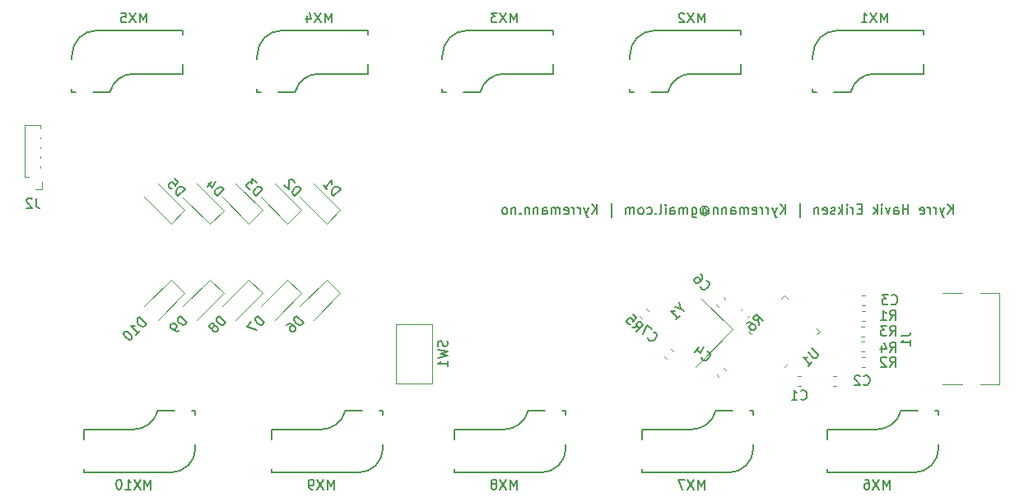
<source format=gbr>
G04 #@! TF.GenerationSoftware,KiCad,Pcbnew,(5.1.5)-3*
G04 #@! TF.CreationDate,2020-05-02T19:50:40+02:00*
G04 #@! TF.ProjectId,kyrremann,6b797272-656d-4616-9e6e-2e6b69636164,rev?*
G04 #@! TF.SameCoordinates,Original*
G04 #@! TF.FileFunction,Legend,Bot*
G04 #@! TF.FilePolarity,Positive*
%FSLAX46Y46*%
G04 Gerber Fmt 4.6, Leading zero omitted, Abs format (unit mm)*
G04 Created by KiCad (PCBNEW (5.1.5)-3) date 2020-05-02 19:50:40*
%MOMM*%
%LPD*%
G04 APERTURE LIST*
%ADD10C,0.150000*%
%ADD11C,0.120000*%
G04 APERTURE END LIST*
D10*
X151166666Y-66152380D02*
X151166666Y-65152380D01*
X150595238Y-66152380D02*
X151023809Y-65580952D01*
X150595238Y-65152380D02*
X151166666Y-65723809D01*
X150261904Y-65485714D02*
X150023809Y-66152380D01*
X149785714Y-65485714D02*
X150023809Y-66152380D01*
X150119047Y-66390476D01*
X150166666Y-66438095D01*
X150261904Y-66485714D01*
X149404761Y-66152380D02*
X149404761Y-65485714D01*
X149404761Y-65676190D02*
X149357142Y-65580952D01*
X149309523Y-65533333D01*
X149214285Y-65485714D01*
X149119047Y-65485714D01*
X148785714Y-66152380D02*
X148785714Y-65485714D01*
X148785714Y-65676190D02*
X148738095Y-65580952D01*
X148690476Y-65533333D01*
X148595238Y-65485714D01*
X148500000Y-65485714D01*
X147785714Y-66104761D02*
X147880952Y-66152380D01*
X148071428Y-66152380D01*
X148166666Y-66104761D01*
X148214285Y-66009523D01*
X148214285Y-65628571D01*
X148166666Y-65533333D01*
X148071428Y-65485714D01*
X147880952Y-65485714D01*
X147785714Y-65533333D01*
X147738095Y-65628571D01*
X147738095Y-65723809D01*
X148214285Y-65819047D01*
X146547619Y-66152380D02*
X146547619Y-65152380D01*
X146547619Y-65628571D02*
X145976190Y-65628571D01*
X145976190Y-66152380D02*
X145976190Y-65152380D01*
X145071428Y-66152380D02*
X145071428Y-65628571D01*
X145119047Y-65533333D01*
X145214285Y-65485714D01*
X145404761Y-65485714D01*
X145500000Y-65533333D01*
X145071428Y-66104761D02*
X145166666Y-66152380D01*
X145404761Y-66152380D01*
X145500000Y-66104761D01*
X145547619Y-66009523D01*
X145547619Y-65914285D01*
X145500000Y-65819047D01*
X145404761Y-65771428D01*
X145166666Y-65771428D01*
X145071428Y-65723809D01*
X144690476Y-65485714D02*
X144452380Y-66152380D01*
X144214285Y-65485714D01*
X143833333Y-66152380D02*
X143833333Y-65485714D01*
X143833333Y-65152380D02*
X143880952Y-65200000D01*
X143833333Y-65247619D01*
X143785714Y-65200000D01*
X143833333Y-65152380D01*
X143833333Y-65247619D01*
X143357142Y-66152380D02*
X143357142Y-65152380D01*
X143261904Y-65771428D02*
X142976190Y-66152380D01*
X142976190Y-65485714D02*
X143357142Y-65866666D01*
X141785714Y-65628571D02*
X141452380Y-65628571D01*
X141309523Y-66152380D02*
X141785714Y-66152380D01*
X141785714Y-65152380D01*
X141309523Y-65152380D01*
X140880952Y-66152380D02*
X140880952Y-65485714D01*
X140880952Y-65676190D02*
X140833333Y-65580952D01*
X140785714Y-65533333D01*
X140690476Y-65485714D01*
X140595238Y-65485714D01*
X140261904Y-66152380D02*
X140261904Y-65485714D01*
X140261904Y-65152380D02*
X140309523Y-65200000D01*
X140261904Y-65247619D01*
X140214285Y-65200000D01*
X140261904Y-65152380D01*
X140261904Y-65247619D01*
X139785714Y-66152380D02*
X139785714Y-65152380D01*
X139690476Y-65771428D02*
X139404761Y-66152380D01*
X139404761Y-65485714D02*
X139785714Y-65866666D01*
X139023809Y-66104761D02*
X138928571Y-66152380D01*
X138738095Y-66152380D01*
X138642857Y-66104761D01*
X138595238Y-66009523D01*
X138595238Y-65961904D01*
X138642857Y-65866666D01*
X138738095Y-65819047D01*
X138880952Y-65819047D01*
X138976190Y-65771428D01*
X139023809Y-65676190D01*
X139023809Y-65628571D01*
X138976190Y-65533333D01*
X138880952Y-65485714D01*
X138738095Y-65485714D01*
X138642857Y-65533333D01*
X137785714Y-66104761D02*
X137880952Y-66152380D01*
X138071428Y-66152380D01*
X138166666Y-66104761D01*
X138214285Y-66009523D01*
X138214285Y-65628571D01*
X138166666Y-65533333D01*
X138071428Y-65485714D01*
X137880952Y-65485714D01*
X137785714Y-65533333D01*
X137738095Y-65628571D01*
X137738095Y-65723809D01*
X138214285Y-65819047D01*
X137309523Y-65485714D02*
X137309523Y-66152380D01*
X137309523Y-65580952D02*
X137261904Y-65533333D01*
X137166666Y-65485714D01*
X137023809Y-65485714D01*
X136928571Y-65533333D01*
X136880952Y-65628571D01*
X136880952Y-66152380D01*
X135404761Y-66485714D02*
X135404761Y-65057142D01*
X133928571Y-66152380D02*
X133928571Y-65152380D01*
X133357142Y-66152380D02*
X133785714Y-65580952D01*
X133357142Y-65152380D02*
X133928571Y-65723809D01*
X133023809Y-65485714D02*
X132785714Y-66152380D01*
X132547619Y-65485714D02*
X132785714Y-66152380D01*
X132880952Y-66390476D01*
X132928571Y-66438095D01*
X133023809Y-66485714D01*
X132166666Y-66152380D02*
X132166666Y-65485714D01*
X132166666Y-65676190D02*
X132119047Y-65580952D01*
X132071428Y-65533333D01*
X131976190Y-65485714D01*
X131880952Y-65485714D01*
X131547619Y-66152380D02*
X131547619Y-65485714D01*
X131547619Y-65676190D02*
X131500000Y-65580952D01*
X131452380Y-65533333D01*
X131357142Y-65485714D01*
X131261904Y-65485714D01*
X130547619Y-66104761D02*
X130642857Y-66152380D01*
X130833333Y-66152380D01*
X130928571Y-66104761D01*
X130976190Y-66009523D01*
X130976190Y-65628571D01*
X130928571Y-65533333D01*
X130833333Y-65485714D01*
X130642857Y-65485714D01*
X130547619Y-65533333D01*
X130500000Y-65628571D01*
X130500000Y-65723809D01*
X130976190Y-65819047D01*
X130071428Y-66152380D02*
X130071428Y-65485714D01*
X130071428Y-65580952D02*
X130023809Y-65533333D01*
X129928571Y-65485714D01*
X129785714Y-65485714D01*
X129690476Y-65533333D01*
X129642857Y-65628571D01*
X129642857Y-66152380D01*
X129642857Y-65628571D02*
X129595238Y-65533333D01*
X129500000Y-65485714D01*
X129357142Y-65485714D01*
X129261904Y-65533333D01*
X129214285Y-65628571D01*
X129214285Y-66152380D01*
X128309523Y-66152380D02*
X128309523Y-65628571D01*
X128357142Y-65533333D01*
X128452380Y-65485714D01*
X128642857Y-65485714D01*
X128738095Y-65533333D01*
X128309523Y-66104761D02*
X128404761Y-66152380D01*
X128642857Y-66152380D01*
X128738095Y-66104761D01*
X128785714Y-66009523D01*
X128785714Y-65914285D01*
X128738095Y-65819047D01*
X128642857Y-65771428D01*
X128404761Y-65771428D01*
X128309523Y-65723809D01*
X127833333Y-65485714D02*
X127833333Y-66152380D01*
X127833333Y-65580952D02*
X127785714Y-65533333D01*
X127690476Y-65485714D01*
X127547619Y-65485714D01*
X127452380Y-65533333D01*
X127404761Y-65628571D01*
X127404761Y-66152380D01*
X126928571Y-65485714D02*
X126928571Y-66152380D01*
X126928571Y-65580952D02*
X126880952Y-65533333D01*
X126785714Y-65485714D01*
X126642857Y-65485714D01*
X126547619Y-65533333D01*
X126500000Y-65628571D01*
X126500000Y-66152380D01*
X125404761Y-65676190D02*
X125452380Y-65628571D01*
X125547619Y-65580952D01*
X125642857Y-65580952D01*
X125738095Y-65628571D01*
X125785714Y-65676190D01*
X125833333Y-65771428D01*
X125833333Y-65866666D01*
X125785714Y-65961904D01*
X125738095Y-66009523D01*
X125642857Y-66057142D01*
X125547619Y-66057142D01*
X125452380Y-66009523D01*
X125404761Y-65961904D01*
X125404761Y-65580952D02*
X125404761Y-65961904D01*
X125357142Y-66009523D01*
X125309523Y-66009523D01*
X125214285Y-65961904D01*
X125166666Y-65866666D01*
X125166666Y-65628571D01*
X125261904Y-65485714D01*
X125404761Y-65390476D01*
X125595238Y-65342857D01*
X125785714Y-65390476D01*
X125928571Y-65485714D01*
X126023809Y-65628571D01*
X126071428Y-65819047D01*
X126023809Y-66009523D01*
X125928571Y-66152380D01*
X125785714Y-66247619D01*
X125595238Y-66295238D01*
X125404761Y-66247619D01*
X125261904Y-66152380D01*
X124309523Y-65485714D02*
X124309523Y-66295238D01*
X124357142Y-66390476D01*
X124404761Y-66438095D01*
X124500000Y-66485714D01*
X124642857Y-66485714D01*
X124738095Y-66438095D01*
X124309523Y-66104761D02*
X124404761Y-66152380D01*
X124595238Y-66152380D01*
X124690476Y-66104761D01*
X124738095Y-66057142D01*
X124785714Y-65961904D01*
X124785714Y-65676190D01*
X124738095Y-65580952D01*
X124690476Y-65533333D01*
X124595238Y-65485714D01*
X124404761Y-65485714D01*
X124309523Y-65533333D01*
X123833333Y-66152380D02*
X123833333Y-65485714D01*
X123833333Y-65580952D02*
X123785714Y-65533333D01*
X123690476Y-65485714D01*
X123547619Y-65485714D01*
X123452380Y-65533333D01*
X123404761Y-65628571D01*
X123404761Y-66152380D01*
X123404761Y-65628571D02*
X123357142Y-65533333D01*
X123261904Y-65485714D01*
X123119047Y-65485714D01*
X123023809Y-65533333D01*
X122976190Y-65628571D01*
X122976190Y-66152380D01*
X122071428Y-66152380D02*
X122071428Y-65628571D01*
X122119047Y-65533333D01*
X122214285Y-65485714D01*
X122404761Y-65485714D01*
X122500000Y-65533333D01*
X122071428Y-66104761D02*
X122166666Y-66152380D01*
X122404761Y-66152380D01*
X122500000Y-66104761D01*
X122547619Y-66009523D01*
X122547619Y-65914285D01*
X122500000Y-65819047D01*
X122404761Y-65771428D01*
X122166666Y-65771428D01*
X122071428Y-65723809D01*
X121595238Y-66152380D02*
X121595238Y-65485714D01*
X121595238Y-65152380D02*
X121642857Y-65200000D01*
X121595238Y-65247619D01*
X121547619Y-65200000D01*
X121595238Y-65152380D01*
X121595238Y-65247619D01*
X120976190Y-66152380D02*
X121071428Y-66104761D01*
X121119047Y-66009523D01*
X121119047Y-65152380D01*
X120595238Y-66057142D02*
X120547619Y-66104761D01*
X120595238Y-66152380D01*
X120642857Y-66104761D01*
X120595238Y-66057142D01*
X120595238Y-66152380D01*
X119690476Y-66104761D02*
X119785714Y-66152380D01*
X119976190Y-66152380D01*
X120071428Y-66104761D01*
X120119047Y-66057142D01*
X120166666Y-65961904D01*
X120166666Y-65676190D01*
X120119047Y-65580952D01*
X120071428Y-65533333D01*
X119976190Y-65485714D01*
X119785714Y-65485714D01*
X119690476Y-65533333D01*
X119119047Y-66152380D02*
X119214285Y-66104761D01*
X119261904Y-66057142D01*
X119309523Y-65961904D01*
X119309523Y-65676190D01*
X119261904Y-65580952D01*
X119214285Y-65533333D01*
X119119047Y-65485714D01*
X118976190Y-65485714D01*
X118880952Y-65533333D01*
X118833333Y-65580952D01*
X118785714Y-65676190D01*
X118785714Y-65961904D01*
X118833333Y-66057142D01*
X118880952Y-66104761D01*
X118976190Y-66152380D01*
X119119047Y-66152380D01*
X118357142Y-66152380D02*
X118357142Y-65485714D01*
X118357142Y-65580952D02*
X118309523Y-65533333D01*
X118214285Y-65485714D01*
X118071428Y-65485714D01*
X117976190Y-65533333D01*
X117928571Y-65628571D01*
X117928571Y-66152380D01*
X117928571Y-65628571D02*
X117880952Y-65533333D01*
X117785714Y-65485714D01*
X117642857Y-65485714D01*
X117547619Y-65533333D01*
X117500000Y-65628571D01*
X117500000Y-66152380D01*
X116023809Y-66485714D02*
X116023809Y-65057142D01*
X114547619Y-66152380D02*
X114547619Y-65152380D01*
X113976190Y-66152380D02*
X114404761Y-65580952D01*
X113976190Y-65152380D02*
X114547619Y-65723809D01*
X113642857Y-65485714D02*
X113404761Y-66152380D01*
X113166666Y-65485714D02*
X113404761Y-66152380D01*
X113500000Y-66390476D01*
X113547619Y-66438095D01*
X113642857Y-66485714D01*
X112785714Y-66152380D02*
X112785714Y-65485714D01*
X112785714Y-65676190D02*
X112738095Y-65580952D01*
X112690476Y-65533333D01*
X112595238Y-65485714D01*
X112500000Y-65485714D01*
X112166666Y-66152380D02*
X112166666Y-65485714D01*
X112166666Y-65676190D02*
X112119047Y-65580952D01*
X112071428Y-65533333D01*
X111976190Y-65485714D01*
X111880952Y-65485714D01*
X111166666Y-66104761D02*
X111261904Y-66152380D01*
X111452380Y-66152380D01*
X111547619Y-66104761D01*
X111595238Y-66009523D01*
X111595238Y-65628571D01*
X111547619Y-65533333D01*
X111452380Y-65485714D01*
X111261904Y-65485714D01*
X111166666Y-65533333D01*
X111119047Y-65628571D01*
X111119047Y-65723809D01*
X111595238Y-65819047D01*
X110690476Y-66152380D02*
X110690476Y-65485714D01*
X110690476Y-65580952D02*
X110642857Y-65533333D01*
X110547619Y-65485714D01*
X110404761Y-65485714D01*
X110309523Y-65533333D01*
X110261904Y-65628571D01*
X110261904Y-66152380D01*
X110261904Y-65628571D02*
X110214285Y-65533333D01*
X110119047Y-65485714D01*
X109976190Y-65485714D01*
X109880952Y-65533333D01*
X109833333Y-65628571D01*
X109833333Y-66152380D01*
X108928571Y-66152380D02*
X108928571Y-65628571D01*
X108976190Y-65533333D01*
X109071428Y-65485714D01*
X109261904Y-65485714D01*
X109357142Y-65533333D01*
X108928571Y-66104761D02*
X109023809Y-66152380D01*
X109261904Y-66152380D01*
X109357142Y-66104761D01*
X109404761Y-66009523D01*
X109404761Y-65914285D01*
X109357142Y-65819047D01*
X109261904Y-65771428D01*
X109023809Y-65771428D01*
X108928571Y-65723809D01*
X108452380Y-65485714D02*
X108452380Y-66152380D01*
X108452380Y-65580952D02*
X108404761Y-65533333D01*
X108309523Y-65485714D01*
X108166666Y-65485714D01*
X108071428Y-65533333D01*
X108023809Y-65628571D01*
X108023809Y-66152380D01*
X107547619Y-65485714D02*
X107547619Y-66152380D01*
X107547619Y-65580952D02*
X107500000Y-65533333D01*
X107404761Y-65485714D01*
X107261904Y-65485714D01*
X107166666Y-65533333D01*
X107119047Y-65628571D01*
X107119047Y-66152380D01*
X106642857Y-66057142D02*
X106595238Y-66104761D01*
X106642857Y-66152380D01*
X106690476Y-66104761D01*
X106642857Y-66057142D01*
X106642857Y-66152380D01*
X106166666Y-65485714D02*
X106166666Y-66152380D01*
X106166666Y-65580952D02*
X106119047Y-65533333D01*
X106023809Y-65485714D01*
X105880952Y-65485714D01*
X105785714Y-65533333D01*
X105738095Y-65628571D01*
X105738095Y-66152380D01*
X105119047Y-66152380D02*
X105214285Y-66104761D01*
X105261904Y-66057142D01*
X105309523Y-65961904D01*
X105309523Y-65676190D01*
X105261904Y-65580952D01*
X105214285Y-65533333D01*
X105119047Y-65485714D01*
X104976190Y-65485714D01*
X104880952Y-65533333D01*
X104833333Y-65580952D01*
X104785714Y-65676190D01*
X104785714Y-65961904D01*
X104833333Y-66057142D01*
X104880952Y-66104761D01*
X104976190Y-66152380D01*
X105119047Y-66152380D01*
D11*
X56800000Y-63610000D02*
X57485000Y-63610000D01*
X57485000Y-63610000D02*
X57485000Y-62800000D01*
X57320000Y-57354102D02*
X57320000Y-56990000D01*
X57320000Y-58354102D02*
X57320000Y-58245898D01*
X57320000Y-59354102D02*
X57320000Y-59245898D01*
X57320000Y-60354102D02*
X57320000Y-60245898D01*
X57320000Y-61354102D02*
X57320000Y-61245898D01*
X55700000Y-56990000D02*
X57320000Y-56990000D01*
X55700000Y-62300000D02*
X55700000Y-56990000D01*
X55700000Y-62300000D02*
X56115000Y-62300000D01*
D10*
X130631013Y-90197554D02*
G75*
G02X128091013Y-92737554I-2540000J0D01*
G01*
X130631013Y-86768554D02*
X130631013Y-86387554D01*
X126745175Y-86368594D02*
G75*
G02X124281013Y-88292554I-2464162J616040D01*
G01*
X119201013Y-89308554D02*
X119201013Y-88292554D01*
X119201013Y-88292554D02*
X124281013Y-88292554D01*
X126745175Y-86387554D02*
X128472013Y-86387554D01*
X130250013Y-86387554D02*
X130631013Y-86387554D01*
X130631013Y-90197554D02*
X130631013Y-89816554D01*
X128091013Y-92737554D02*
X119201013Y-92737554D01*
X119201013Y-92737554D02*
X119201013Y-92356554D01*
D11*
X155900000Y-74300000D02*
X155900000Y-83700000D01*
X150100000Y-83700000D02*
X152100000Y-83700000D01*
X154000000Y-83700000D02*
X155900000Y-83700000D01*
X150100000Y-74300000D02*
X152100000Y-74300000D01*
X154000000Y-74300000D02*
X155900000Y-74300000D01*
X134135876Y-81555222D02*
X133800000Y-81891097D01*
X133800000Y-74508903D02*
X134135876Y-74844778D01*
X133464124Y-74844778D02*
X133800000Y-74508903D01*
X130108903Y-78200000D02*
X130444778Y-78535876D01*
X130444778Y-77864124D02*
X130108903Y-78200000D01*
X137491097Y-78200000D02*
X137155222Y-77864124D01*
X137155222Y-78535876D02*
X137491097Y-78200000D01*
X135496268Y-82790000D02*
X135153734Y-82790000D01*
X135496268Y-83810000D02*
X135153734Y-83810000D01*
X138803733Y-82790000D02*
X139146267Y-82790000D01*
X138803733Y-83810000D02*
X139146267Y-83810000D01*
X141753732Y-74490000D02*
X142096266Y-74490000D01*
X141753732Y-75510000D02*
X142096266Y-75510000D01*
X127800447Y-82179198D02*
X127558238Y-81936989D01*
X127079198Y-82900447D02*
X126836989Y-82658238D01*
X127041762Y-75663011D02*
X126799553Y-75420802D01*
X127763011Y-74941762D02*
X127520802Y-74699553D01*
X121436989Y-80758238D02*
X121679198Y-81000447D01*
X122158238Y-80036989D02*
X122400447Y-80279198D01*
X88131371Y-65717157D02*
X85373655Y-62959441D01*
X86717157Y-67131371D02*
X83959441Y-64373655D01*
X88131371Y-65717157D02*
X86717157Y-67131371D01*
X84131371Y-65717157D02*
X82717157Y-67131371D01*
X82717157Y-67131371D02*
X79959441Y-64373655D01*
X84131371Y-65717157D02*
X81373655Y-62959441D01*
X80131371Y-65717157D02*
X77373655Y-62959441D01*
X78717157Y-67131371D02*
X75959441Y-64373655D01*
X80131371Y-65717157D02*
X78717157Y-67131371D01*
X76131371Y-65767157D02*
X74717157Y-67181371D01*
X74717157Y-67181371D02*
X71959441Y-64423655D01*
X76131371Y-65767157D02*
X73373655Y-63009441D01*
X72131371Y-65717157D02*
X70717157Y-67131371D01*
X70717157Y-67131371D02*
X67959441Y-64373655D01*
X72131371Y-65717157D02*
X69373655Y-62959441D01*
X86717157Y-72868629D02*
X83959441Y-75626345D01*
X88131371Y-74282843D02*
X85373655Y-77040559D01*
X86717157Y-72868629D02*
X88131371Y-74282843D01*
X82717157Y-72868629D02*
X84131371Y-74282843D01*
X84131371Y-74282843D02*
X81373655Y-77040559D01*
X82717157Y-72868629D02*
X79959441Y-75626345D01*
X78717157Y-72868629D02*
X75959441Y-75626345D01*
X80131371Y-74282843D02*
X77373655Y-77040559D01*
X78717157Y-72868629D02*
X80131371Y-74282843D01*
X74717157Y-72868629D02*
X76131371Y-74282843D01*
X76131371Y-74282843D02*
X73373655Y-77040559D01*
X74717157Y-72868629D02*
X71959441Y-75626345D01*
X70717157Y-72868629D02*
X67959441Y-75626345D01*
X72131371Y-74282843D02*
X69373655Y-77040559D01*
X70717157Y-72868629D02*
X72131371Y-74282843D01*
D10*
X148167500Y-47252500D02*
X148167500Y-47633500D01*
X139277500Y-47252500D02*
X148167500Y-47252500D01*
X136737500Y-49792500D02*
X136737500Y-50173500D01*
X137118500Y-53602500D02*
X136737500Y-53602500D01*
X140623338Y-53602500D02*
X138896500Y-53602500D01*
X148167500Y-51697500D02*
X143087500Y-51697500D01*
X148167500Y-50681500D02*
X148167500Y-51697500D01*
X140623338Y-53621460D02*
G75*
G02X143087500Y-51697500I2464162J-616040D01*
G01*
X136737500Y-53221500D02*
X136737500Y-53602500D01*
X136737500Y-49792500D02*
G75*
G02X139277500Y-47252500I2540000J0D01*
G01*
X129361013Y-47252500D02*
X129361013Y-47633500D01*
X120471013Y-47252500D02*
X129361013Y-47252500D01*
X117931013Y-49792500D02*
X117931013Y-50173500D01*
X118312013Y-53602500D02*
X117931013Y-53602500D01*
X121816851Y-53602500D02*
X120090013Y-53602500D01*
X129361013Y-51697500D02*
X124281013Y-51697500D01*
X129361013Y-50681500D02*
X129361013Y-51697500D01*
X121816851Y-53621460D02*
G75*
G02X124281013Y-51697500I2464162J-616040D01*
G01*
X117931013Y-53221500D02*
X117931013Y-53602500D01*
X117931013Y-49792500D02*
G75*
G02X120471013Y-47252500I2540000J0D01*
G01*
X98637500Y-49792500D02*
G75*
G02X101177500Y-47252500I2540000J0D01*
G01*
X98637500Y-53221500D02*
X98637500Y-53602500D01*
X102523338Y-53621460D02*
G75*
G02X104987500Y-51697500I2464162J-616040D01*
G01*
X110067500Y-50681500D02*
X110067500Y-51697500D01*
X110067500Y-51697500D02*
X104987500Y-51697500D01*
X102523338Y-53602500D02*
X100796500Y-53602500D01*
X99018500Y-53602500D02*
X98637500Y-53602500D01*
X98637500Y-49792500D02*
X98637500Y-50173500D01*
X101177500Y-47252500D02*
X110067500Y-47252500D01*
X110067500Y-47252500D02*
X110067500Y-47633500D01*
X79587500Y-49792500D02*
G75*
G02X82127500Y-47252500I2540000J0D01*
G01*
X79587500Y-53221500D02*
X79587500Y-53602500D01*
X83473338Y-53621460D02*
G75*
G02X85937500Y-51697500I2464162J-616040D01*
G01*
X91017500Y-50681500D02*
X91017500Y-51697500D01*
X91017500Y-51697500D02*
X85937500Y-51697500D01*
X83473338Y-53602500D02*
X81746500Y-53602500D01*
X79968500Y-53602500D02*
X79587500Y-53602500D01*
X79587500Y-49792500D02*
X79587500Y-50173500D01*
X82127500Y-47252500D02*
X91017500Y-47252500D01*
X91017500Y-47252500D02*
X91017500Y-47633500D01*
X71967500Y-47252500D02*
X71967500Y-47633500D01*
X63077500Y-47252500D02*
X71967500Y-47252500D01*
X60537500Y-49792500D02*
X60537500Y-50173500D01*
X60918500Y-53602500D02*
X60537500Y-53602500D01*
X64423338Y-53602500D02*
X62696500Y-53602500D01*
X71967500Y-51697500D02*
X66887500Y-51697500D01*
X71967500Y-50681500D02*
X71967500Y-51697500D01*
X64423338Y-53621460D02*
G75*
G02X66887500Y-51697500I2464162J-616040D01*
G01*
X60537500Y-53221500D02*
X60537500Y-53602500D01*
X60537500Y-49792500D02*
G75*
G02X63077500Y-47252500I2540000J0D01*
G01*
X149681014Y-90197553D02*
G75*
G02X147141014Y-92737553I-2540000J0D01*
G01*
X149681014Y-86768553D02*
X149681014Y-86387553D01*
X145795176Y-86368593D02*
G75*
G02X143331014Y-88292553I-2464162J616040D01*
G01*
X138251014Y-89308553D02*
X138251014Y-88292553D01*
X138251014Y-88292553D02*
X143331014Y-88292553D01*
X145795176Y-86387553D02*
X147522014Y-86387553D01*
X149300014Y-86387553D02*
X149681014Y-86387553D01*
X149681014Y-90197553D02*
X149681014Y-89816553D01*
X147141014Y-92737553D02*
X138251014Y-92737553D01*
X138251014Y-92737553D02*
X138251014Y-92356553D01*
X99907500Y-92737554D02*
X99907500Y-92356554D01*
X108797500Y-92737554D02*
X99907500Y-92737554D01*
X111337500Y-90197554D02*
X111337500Y-89816554D01*
X110956500Y-86387554D02*
X111337500Y-86387554D01*
X107451662Y-86387554D02*
X109178500Y-86387554D01*
X99907500Y-88292554D02*
X104987500Y-88292554D01*
X99907500Y-89308554D02*
X99907500Y-88292554D01*
X107451662Y-86368594D02*
G75*
G02X104987500Y-88292554I-2464162J616040D01*
G01*
X111337500Y-86768554D02*
X111337500Y-86387554D01*
X111337500Y-90197554D02*
G75*
G02X108797500Y-92737554I-2540000J0D01*
G01*
X81101013Y-92737553D02*
X81101013Y-92356553D01*
X89991013Y-92737553D02*
X81101013Y-92737553D01*
X92531013Y-90197553D02*
X92531013Y-89816553D01*
X92150013Y-86387553D02*
X92531013Y-86387553D01*
X88645175Y-86387553D02*
X90372013Y-86387553D01*
X81101013Y-88292553D02*
X86181013Y-88292553D01*
X81101013Y-89308553D02*
X81101013Y-88292553D01*
X88645175Y-86368593D02*
G75*
G02X86181013Y-88292553I-2464162J616040D01*
G01*
X92531013Y-86768553D02*
X92531013Y-86387553D01*
X92531013Y-90197553D02*
G75*
G02X89991013Y-92737553I-2540000J0D01*
G01*
X73237500Y-90197554D02*
G75*
G02X70697500Y-92737554I-2540000J0D01*
G01*
X73237500Y-86768554D02*
X73237500Y-86387554D01*
X69351662Y-86368594D02*
G75*
G02X66887500Y-88292554I-2464162J616040D01*
G01*
X61807500Y-89308554D02*
X61807500Y-88292554D01*
X61807500Y-88292554D02*
X66887500Y-88292554D01*
X69351662Y-86387554D02*
X71078500Y-86387554D01*
X72856500Y-86387554D02*
X73237500Y-86387554D01*
X73237500Y-90197554D02*
X73237500Y-89816554D01*
X70697500Y-92737554D02*
X61807500Y-92737554D01*
X61807500Y-92737554D02*
X61807500Y-92356554D01*
D11*
X141753733Y-76090000D02*
X142096267Y-76090000D01*
X141753733Y-77110000D02*
X142096267Y-77110000D01*
X142096267Y-80890000D02*
X141753733Y-80890000D01*
X142096267Y-81910000D02*
X141753733Y-81910000D01*
X141728733Y-77690000D02*
X142071267Y-77690000D01*
X141728733Y-78710000D02*
X142071267Y-78710000D01*
X142071267Y-79290000D02*
X141728733Y-79290000D01*
X142071267Y-80310000D02*
X141728733Y-80310000D01*
X118899553Y-76620802D02*
X119141762Y-76863011D01*
X119620802Y-75899553D02*
X119863011Y-76141762D01*
X129299553Y-76079198D02*
X129541762Y-75836989D01*
X130020802Y-76800447D02*
X130263011Y-76558238D01*
X93850000Y-77439999D02*
X93850000Y-83559999D01*
X93850000Y-83559999D02*
X97550000Y-83559999D01*
X97550000Y-83559999D02*
X97550000Y-77439999D01*
X97550000Y-77439999D02*
X93850000Y-77439999D01*
X125306066Y-74838299D02*
X128488047Y-78020280D01*
X128488047Y-78020280D02*
X124669670Y-81838657D01*
D10*
X56843333Y-64502380D02*
X56843333Y-65216666D01*
X56890952Y-65359523D01*
X56986190Y-65454761D01*
X57129047Y-65502380D01*
X57224285Y-65502380D01*
X56414761Y-64597619D02*
X56367142Y-64550000D01*
X56271904Y-64502380D01*
X56033809Y-64502380D01*
X55938571Y-64550000D01*
X55890952Y-64597619D01*
X55843333Y-64692857D01*
X55843333Y-64788095D01*
X55890952Y-64930952D01*
X56462380Y-65502380D01*
X55843333Y-65502380D01*
X125566727Y-94459934D02*
X125566727Y-93459934D01*
X125233393Y-94174220D01*
X124900060Y-93459934D01*
X124900060Y-94459934D01*
X124519108Y-93459934D02*
X123852441Y-94459934D01*
X123852441Y-93459934D02*
X124519108Y-94459934D01*
X123566727Y-93459934D02*
X122900060Y-93459934D01*
X123328632Y-94459934D01*
X145807380Y-78666666D02*
X146521666Y-78666666D01*
X146664523Y-78619047D01*
X146759761Y-78523809D01*
X146807380Y-78380952D01*
X146807380Y-78285714D01*
X146807380Y-79666666D02*
X146807380Y-79095238D01*
X146807380Y-79380952D02*
X145807380Y-79380952D01*
X145950238Y-79285714D01*
X146045476Y-79190476D01*
X146093095Y-79095238D01*
X136652670Y-79975174D02*
X137225090Y-80547594D01*
X137258762Y-80648609D01*
X137258762Y-80715953D01*
X137225090Y-80816968D01*
X137090403Y-80951655D01*
X136989388Y-80985327D01*
X136922044Y-80985327D01*
X136821029Y-80951655D01*
X136248609Y-80379235D01*
X136248609Y-81793449D02*
X136652670Y-81389388D01*
X136450640Y-81591418D02*
X135743533Y-80884312D01*
X135911892Y-80917983D01*
X136046579Y-80917983D01*
X136147594Y-80884312D01*
X135491667Y-85157142D02*
X135539286Y-85204761D01*
X135682143Y-85252380D01*
X135777381Y-85252380D01*
X135920239Y-85204761D01*
X136015477Y-85109523D01*
X136063096Y-85014285D01*
X136110715Y-84823809D01*
X136110715Y-84680952D01*
X136063096Y-84490476D01*
X136015477Y-84395238D01*
X135920239Y-84300000D01*
X135777381Y-84252380D01*
X135682143Y-84252380D01*
X135539286Y-84300000D01*
X135491667Y-84347619D01*
X134539286Y-85252380D02*
X135110715Y-85252380D01*
X134825001Y-85252380D02*
X134825001Y-84252380D01*
X134920239Y-84395238D01*
X135015477Y-84490476D01*
X135110715Y-84538095D01*
X141966666Y-83657142D02*
X142014285Y-83704761D01*
X142157142Y-83752380D01*
X142252380Y-83752380D01*
X142395238Y-83704761D01*
X142490476Y-83609523D01*
X142538095Y-83514285D01*
X142585714Y-83323809D01*
X142585714Y-83180952D01*
X142538095Y-82990476D01*
X142490476Y-82895238D01*
X142395238Y-82800000D01*
X142252380Y-82752380D01*
X142157142Y-82752380D01*
X142014285Y-82800000D01*
X141966666Y-82847619D01*
X141585714Y-82847619D02*
X141538095Y-82800000D01*
X141442857Y-82752380D01*
X141204761Y-82752380D01*
X141109523Y-82800000D01*
X141061904Y-82847619D01*
X141014285Y-82942857D01*
X141014285Y-83038095D01*
X141061904Y-83180952D01*
X141633333Y-83752380D01*
X141014285Y-83752380D01*
X144816666Y-75357142D02*
X144864285Y-75404761D01*
X145007142Y-75452380D01*
X145102380Y-75452380D01*
X145245238Y-75404761D01*
X145340476Y-75309523D01*
X145388095Y-75214285D01*
X145435714Y-75023809D01*
X145435714Y-74880952D01*
X145388095Y-74690476D01*
X145340476Y-74595238D01*
X145245238Y-74500000D01*
X145102380Y-74452380D01*
X145007142Y-74452380D01*
X144864285Y-74500000D01*
X144816666Y-74547619D01*
X144483333Y-74452380D02*
X143864285Y-74452380D01*
X144197619Y-74833333D01*
X144054761Y-74833333D01*
X143959523Y-74880952D01*
X143911904Y-74928571D01*
X143864285Y-75023809D01*
X143864285Y-75261904D01*
X143911904Y-75357142D01*
X143959523Y-75404761D01*
X144054761Y-75452380D01*
X144340476Y-75452380D01*
X144435714Y-75404761D01*
X144483333Y-75357142D01*
X125257163Y-80862240D02*
X125257163Y-80929583D01*
X125324507Y-81064270D01*
X125391851Y-81131614D01*
X125526538Y-81198957D01*
X125661225Y-81198957D01*
X125762240Y-81165286D01*
X125930599Y-81064270D01*
X126031614Y-80963255D01*
X126132629Y-80794896D01*
X126166301Y-80693881D01*
X126166301Y-80559194D01*
X126098957Y-80424507D01*
X126031614Y-80357163D01*
X125896927Y-80289820D01*
X125829583Y-80289820D01*
X125055133Y-79852087D02*
X124583728Y-80323492D01*
X125492866Y-79751072D02*
X125156148Y-80424507D01*
X124718415Y-79986774D01*
X125165312Y-73570389D02*
X125165312Y-73637732D01*
X125232656Y-73772419D01*
X125300000Y-73839763D01*
X125434687Y-73907106D01*
X125569374Y-73907106D01*
X125670389Y-73873435D01*
X125838748Y-73772419D01*
X125939763Y-73671404D01*
X126040778Y-73503045D01*
X126074450Y-73402030D01*
X126074450Y-73267343D01*
X126007106Y-73132656D01*
X125939763Y-73065312D01*
X125805076Y-72997969D01*
X125737732Y-72997969D01*
X125198984Y-72324534D02*
X125333671Y-72459221D01*
X125367343Y-72560236D01*
X125367343Y-72627580D01*
X125333671Y-72795938D01*
X125232656Y-72964297D01*
X124963282Y-73233671D01*
X124862267Y-73267343D01*
X124794923Y-73267343D01*
X124693908Y-73233671D01*
X124559221Y-73098984D01*
X124525549Y-72997969D01*
X124525549Y-72930625D01*
X124559221Y-72829610D01*
X124727580Y-72661251D01*
X124828595Y-72627580D01*
X124895938Y-72627580D01*
X124996954Y-72661251D01*
X125131641Y-72795938D01*
X125165312Y-72896954D01*
X125165312Y-72964297D01*
X125131641Y-73065312D01*
X119765312Y-78870389D02*
X119765312Y-78937732D01*
X119832656Y-79072419D01*
X119900000Y-79139763D01*
X120034687Y-79207106D01*
X120169374Y-79207106D01*
X120270389Y-79173435D01*
X120438748Y-79072419D01*
X120539763Y-78971404D01*
X120640778Y-78803045D01*
X120674450Y-78702030D01*
X120674450Y-78567343D01*
X120607106Y-78432656D01*
X120539763Y-78365312D01*
X120405076Y-78297969D01*
X120337732Y-78297969D01*
X120169374Y-77994923D02*
X119697969Y-77523519D01*
X119293908Y-78533671D01*
X87449518Y-64260853D02*
X88156625Y-63553747D01*
X87988266Y-63385388D01*
X87853579Y-63318044D01*
X87718892Y-63318044D01*
X87617877Y-63351716D01*
X87449518Y-63452731D01*
X87348503Y-63553747D01*
X87247488Y-63722105D01*
X87213816Y-63823121D01*
X87213816Y-63957808D01*
X87281159Y-64092495D01*
X87449518Y-64260853D01*
X86372022Y-63183357D02*
X86776083Y-63587418D01*
X86574052Y-63385388D02*
X87281159Y-62678281D01*
X87247488Y-62846640D01*
X87247488Y-62981327D01*
X87281159Y-63082342D01*
X83449518Y-64260853D02*
X84156625Y-63553747D01*
X83988266Y-63385388D01*
X83853579Y-63318044D01*
X83718892Y-63318044D01*
X83617877Y-63351716D01*
X83449518Y-63452731D01*
X83348503Y-63553747D01*
X83247488Y-63722105D01*
X83213816Y-63823121D01*
X83213816Y-63957808D01*
X83281159Y-64092495D01*
X83449518Y-64260853D01*
X83415846Y-62947655D02*
X83415846Y-62880311D01*
X83382175Y-62779296D01*
X83213816Y-62610937D01*
X83112800Y-62577266D01*
X83045457Y-62577266D01*
X82944442Y-62610937D01*
X82877098Y-62678281D01*
X82809755Y-62812968D01*
X82809755Y-63621090D01*
X82372022Y-63183357D01*
X79449518Y-64260853D02*
X80156625Y-63553747D01*
X79988266Y-63385388D01*
X79853579Y-63318044D01*
X79718892Y-63318044D01*
X79617877Y-63351716D01*
X79449518Y-63452731D01*
X79348503Y-63553747D01*
X79247488Y-63722105D01*
X79213816Y-63823121D01*
X79213816Y-63957808D01*
X79281159Y-64092495D01*
X79449518Y-64260853D01*
X79516862Y-62913983D02*
X79079129Y-62476250D01*
X79045457Y-62981327D01*
X78944442Y-62880311D01*
X78843426Y-62846640D01*
X78776083Y-62846640D01*
X78675068Y-62880311D01*
X78506709Y-63048670D01*
X78473037Y-63149685D01*
X78473037Y-63217029D01*
X78506709Y-63318044D01*
X78708739Y-63520075D01*
X78809755Y-63553747D01*
X78877098Y-63553747D01*
X75449518Y-64310853D02*
X76156625Y-63603747D01*
X75988266Y-63435388D01*
X75853579Y-63368044D01*
X75718892Y-63368044D01*
X75617877Y-63401716D01*
X75449518Y-63502731D01*
X75348503Y-63603747D01*
X75247488Y-63772105D01*
X75213816Y-63873121D01*
X75213816Y-64007808D01*
X75281159Y-64142495D01*
X75449518Y-64310853D01*
X74910770Y-62829296D02*
X74439365Y-63300701D01*
X75348503Y-62728281D02*
X75011785Y-63401716D01*
X74574052Y-62963983D01*
X71449518Y-64260853D02*
X72156625Y-63553747D01*
X71988266Y-63385388D01*
X71853579Y-63318044D01*
X71718892Y-63318044D01*
X71617877Y-63351716D01*
X71449518Y-63452731D01*
X71348503Y-63553747D01*
X71247488Y-63722105D01*
X71213816Y-63823121D01*
X71213816Y-63957808D01*
X71281159Y-64092495D01*
X71449518Y-64260853D01*
X71112800Y-62509922D02*
X71449518Y-62846640D01*
X71146472Y-63217029D01*
X71146472Y-63149685D01*
X71112800Y-63048670D01*
X70944442Y-62880311D01*
X70843426Y-62846640D01*
X70776083Y-62846640D01*
X70675068Y-62880311D01*
X70506709Y-63048670D01*
X70473037Y-63149685D01*
X70473037Y-63217029D01*
X70506709Y-63318044D01*
X70675068Y-63486403D01*
X70776083Y-63520075D01*
X70843426Y-63520075D01*
X84341793Y-77297969D02*
X83634687Y-76590862D01*
X83466328Y-76759221D01*
X83398984Y-76893908D01*
X83398984Y-77028595D01*
X83432656Y-77129610D01*
X83533671Y-77297969D01*
X83634687Y-77398984D01*
X83803045Y-77500000D01*
X83904061Y-77533671D01*
X84038748Y-77533671D01*
X84173435Y-77466328D01*
X84341793Y-77297969D01*
X82624534Y-77601015D02*
X82759221Y-77466328D01*
X82860236Y-77432656D01*
X82927580Y-77432656D01*
X83095938Y-77466328D01*
X83264297Y-77567343D01*
X83533671Y-77836717D01*
X83567343Y-77937732D01*
X83567343Y-78005076D01*
X83533671Y-78106091D01*
X83398984Y-78240778D01*
X83297969Y-78274450D01*
X83230625Y-78274450D01*
X83129610Y-78240778D01*
X82961251Y-78072419D01*
X82927580Y-77971404D01*
X82927580Y-77904061D01*
X82961251Y-77803045D01*
X83095938Y-77668358D01*
X83196954Y-77634687D01*
X83264297Y-77634687D01*
X83365312Y-77668358D01*
X80341793Y-77297969D02*
X79634687Y-76590862D01*
X79466328Y-76759221D01*
X79398984Y-76893908D01*
X79398984Y-77028595D01*
X79432656Y-77129610D01*
X79533671Y-77297969D01*
X79634687Y-77398984D01*
X79803045Y-77500000D01*
X79904061Y-77533671D01*
X80038748Y-77533671D01*
X80173435Y-77466328D01*
X80341793Y-77297969D01*
X78994923Y-77230625D02*
X78523519Y-77702030D01*
X79533671Y-78106091D01*
X76341793Y-77297969D02*
X75634687Y-76590862D01*
X75466328Y-76759221D01*
X75398984Y-76893908D01*
X75398984Y-77028595D01*
X75432656Y-77129610D01*
X75533671Y-77297969D01*
X75634687Y-77398984D01*
X75803045Y-77500000D01*
X75904061Y-77533671D01*
X76038748Y-77533671D01*
X76173435Y-77466328D01*
X76341793Y-77297969D01*
X75129610Y-77702030D02*
X75163282Y-77601015D01*
X75163282Y-77533671D01*
X75129610Y-77432656D01*
X75095938Y-77398984D01*
X74994923Y-77365312D01*
X74927580Y-77365312D01*
X74826564Y-77398984D01*
X74691877Y-77533671D01*
X74658206Y-77634687D01*
X74658206Y-77702030D01*
X74691877Y-77803045D01*
X74725549Y-77836717D01*
X74826564Y-77870389D01*
X74893908Y-77870389D01*
X74994923Y-77836717D01*
X75129610Y-77702030D01*
X75230625Y-77668358D01*
X75297969Y-77668358D01*
X75398984Y-77702030D01*
X75533671Y-77836717D01*
X75567343Y-77937732D01*
X75567343Y-78005076D01*
X75533671Y-78106091D01*
X75398984Y-78240778D01*
X75297969Y-78274450D01*
X75230625Y-78274450D01*
X75129610Y-78240778D01*
X74994923Y-78106091D01*
X74961251Y-78005076D01*
X74961251Y-77937732D01*
X74994923Y-77836717D01*
X72341793Y-77297969D02*
X71634687Y-76590862D01*
X71466328Y-76759221D01*
X71398984Y-76893908D01*
X71398984Y-77028595D01*
X71432656Y-77129610D01*
X71533671Y-77297969D01*
X71634687Y-77398984D01*
X71803045Y-77500000D01*
X71904061Y-77533671D01*
X72038748Y-77533671D01*
X72173435Y-77466328D01*
X72341793Y-77297969D01*
X71601015Y-78038748D02*
X71466328Y-78173435D01*
X71365312Y-78207106D01*
X71297969Y-78207106D01*
X71129610Y-78173435D01*
X70961251Y-78072419D01*
X70691877Y-77803045D01*
X70658206Y-77702030D01*
X70658206Y-77634687D01*
X70691877Y-77533671D01*
X70826564Y-77398984D01*
X70927580Y-77365312D01*
X70994923Y-77365312D01*
X71095938Y-77398984D01*
X71264297Y-77567343D01*
X71297969Y-77668358D01*
X71297969Y-77735702D01*
X71264297Y-77836717D01*
X71129610Y-77971404D01*
X71028595Y-78005076D01*
X70961251Y-78005076D01*
X70860236Y-77971404D01*
X68178511Y-77461251D02*
X67471404Y-76754145D01*
X67303045Y-76922503D01*
X67235702Y-77057190D01*
X67235702Y-77191877D01*
X67269374Y-77292893D01*
X67370389Y-77461251D01*
X67471404Y-77562267D01*
X67639763Y-77663282D01*
X67740778Y-77696954D01*
X67875465Y-77696954D01*
X68010152Y-77629610D01*
X68178511Y-77461251D01*
X67101015Y-78538748D02*
X67505076Y-78134687D01*
X67303045Y-78336717D02*
X66595938Y-77629610D01*
X66764297Y-77663282D01*
X66898984Y-77663282D01*
X67000000Y-77629610D01*
X65956175Y-78269374D02*
X65888832Y-78336717D01*
X65855160Y-78437732D01*
X65855160Y-78505076D01*
X65888832Y-78606091D01*
X65989847Y-78774450D01*
X66158206Y-78942809D01*
X66326564Y-79043824D01*
X66427580Y-79077496D01*
X66494923Y-79077496D01*
X66595938Y-79043824D01*
X66663282Y-78976480D01*
X66696954Y-78875465D01*
X66696954Y-78808122D01*
X66663282Y-78707106D01*
X66562267Y-78538748D01*
X66393908Y-78370389D01*
X66225549Y-78269374D01*
X66124534Y-78235702D01*
X66057190Y-78235702D01*
X65956175Y-78269374D01*
X144373214Y-46434880D02*
X144373214Y-45434880D01*
X144039880Y-46149166D01*
X143706547Y-45434880D01*
X143706547Y-46434880D01*
X143325595Y-45434880D02*
X142658928Y-46434880D01*
X142658928Y-45434880D02*
X143325595Y-46434880D01*
X141754166Y-46434880D02*
X142325595Y-46434880D01*
X142039880Y-46434880D02*
X142039880Y-45434880D01*
X142135119Y-45577738D01*
X142230357Y-45672976D01*
X142325595Y-45720595D01*
X125566727Y-46434880D02*
X125566727Y-45434880D01*
X125233393Y-46149166D01*
X124900060Y-45434880D01*
X124900060Y-46434880D01*
X124519108Y-45434880D02*
X123852441Y-46434880D01*
X123852441Y-45434880D02*
X124519108Y-46434880D01*
X123519108Y-45530119D02*
X123471489Y-45482500D01*
X123376251Y-45434880D01*
X123138155Y-45434880D01*
X123042917Y-45482500D01*
X122995298Y-45530119D01*
X122947679Y-45625357D01*
X122947679Y-45720595D01*
X122995298Y-45863452D01*
X123566727Y-46434880D01*
X122947679Y-46434880D01*
X106273214Y-46434880D02*
X106273214Y-45434880D01*
X105939880Y-46149166D01*
X105606547Y-45434880D01*
X105606547Y-46434880D01*
X105225595Y-45434880D02*
X104558928Y-46434880D01*
X104558928Y-45434880D02*
X105225595Y-46434880D01*
X104273214Y-45434880D02*
X103654166Y-45434880D01*
X103987500Y-45815833D01*
X103844642Y-45815833D01*
X103749404Y-45863452D01*
X103701785Y-45911071D01*
X103654166Y-46006309D01*
X103654166Y-46244404D01*
X103701785Y-46339642D01*
X103749404Y-46387261D01*
X103844642Y-46434880D01*
X104130357Y-46434880D01*
X104225595Y-46387261D01*
X104273214Y-46339642D01*
X87223214Y-46434880D02*
X87223214Y-45434880D01*
X86889880Y-46149166D01*
X86556547Y-45434880D01*
X86556547Y-46434880D01*
X86175595Y-45434880D02*
X85508928Y-46434880D01*
X85508928Y-45434880D02*
X86175595Y-46434880D01*
X84699404Y-45768214D02*
X84699404Y-46434880D01*
X84937500Y-45387261D02*
X85175595Y-46101547D01*
X84556547Y-46101547D01*
X68173214Y-46434880D02*
X68173214Y-45434880D01*
X67839880Y-46149166D01*
X67506547Y-45434880D01*
X67506547Y-46434880D01*
X67125595Y-45434880D02*
X66458928Y-46434880D01*
X66458928Y-45434880D02*
X67125595Y-46434880D01*
X65601785Y-45434880D02*
X66077976Y-45434880D01*
X66125595Y-45911071D01*
X66077976Y-45863452D01*
X65982738Y-45815833D01*
X65744642Y-45815833D01*
X65649404Y-45863452D01*
X65601785Y-45911071D01*
X65554166Y-46006309D01*
X65554166Y-46244404D01*
X65601785Y-46339642D01*
X65649404Y-46387261D01*
X65744642Y-46434880D01*
X65982738Y-46434880D01*
X66077976Y-46387261D01*
X66125595Y-46339642D01*
X144616728Y-94459933D02*
X144616728Y-93459933D01*
X144283394Y-94174219D01*
X143950061Y-93459933D01*
X143950061Y-94459933D01*
X143569109Y-93459933D02*
X142902442Y-94459933D01*
X142902442Y-93459933D02*
X143569109Y-94459933D01*
X142092918Y-93459933D02*
X142283394Y-93459933D01*
X142378633Y-93507553D01*
X142426252Y-93555172D01*
X142521490Y-93698029D01*
X142569109Y-93888505D01*
X142569109Y-94269457D01*
X142521490Y-94364695D01*
X142473871Y-94412314D01*
X142378633Y-94459933D01*
X142188156Y-94459933D01*
X142092918Y-94412314D01*
X142045299Y-94364695D01*
X141997680Y-94269457D01*
X141997680Y-94031362D01*
X142045299Y-93936124D01*
X142092918Y-93888505D01*
X142188156Y-93840886D01*
X142378633Y-93840886D01*
X142473871Y-93888505D01*
X142521490Y-93936124D01*
X142569109Y-94031362D01*
X106273214Y-94459934D02*
X106273214Y-93459934D01*
X105939880Y-94174220D01*
X105606547Y-93459934D01*
X105606547Y-94459934D01*
X105225595Y-93459934D02*
X104558928Y-94459934D01*
X104558928Y-93459934D02*
X105225595Y-94459934D01*
X104035119Y-93888506D02*
X104130357Y-93840887D01*
X104177976Y-93793268D01*
X104225595Y-93698030D01*
X104225595Y-93650411D01*
X104177976Y-93555173D01*
X104130357Y-93507554D01*
X104035119Y-93459934D01*
X103844642Y-93459934D01*
X103749404Y-93507554D01*
X103701785Y-93555173D01*
X103654166Y-93650411D01*
X103654166Y-93698030D01*
X103701785Y-93793268D01*
X103749404Y-93840887D01*
X103844642Y-93888506D01*
X104035119Y-93888506D01*
X104130357Y-93936125D01*
X104177976Y-93983744D01*
X104225595Y-94078982D01*
X104225595Y-94269458D01*
X104177976Y-94364696D01*
X104130357Y-94412315D01*
X104035119Y-94459934D01*
X103844642Y-94459934D01*
X103749404Y-94412315D01*
X103701785Y-94364696D01*
X103654166Y-94269458D01*
X103654166Y-94078982D01*
X103701785Y-93983744D01*
X103749404Y-93936125D01*
X103844642Y-93888506D01*
X87466727Y-94459933D02*
X87466727Y-93459933D01*
X87133393Y-94174219D01*
X86800060Y-93459933D01*
X86800060Y-94459933D01*
X86419108Y-93459933D02*
X85752441Y-94459933D01*
X85752441Y-93459933D02*
X86419108Y-94459933D01*
X85323870Y-94459933D02*
X85133393Y-94459933D01*
X85038155Y-94412314D01*
X84990536Y-94364695D01*
X84895298Y-94221838D01*
X84847679Y-94031362D01*
X84847679Y-93650410D01*
X84895298Y-93555172D01*
X84942917Y-93507553D01*
X85038155Y-93459933D01*
X85228632Y-93459933D01*
X85323870Y-93507553D01*
X85371489Y-93555172D01*
X85419108Y-93650410D01*
X85419108Y-93888505D01*
X85371489Y-93983743D01*
X85323870Y-94031362D01*
X85228632Y-94078981D01*
X85038155Y-94078981D01*
X84942917Y-94031362D01*
X84895298Y-93983743D01*
X84847679Y-93888505D01*
X68649404Y-94459934D02*
X68649404Y-93459934D01*
X68316071Y-94174220D01*
X67982738Y-93459934D01*
X67982738Y-94459934D01*
X67601785Y-93459934D02*
X66935119Y-94459934D01*
X66935119Y-93459934D02*
X67601785Y-94459934D01*
X66030357Y-94459934D02*
X66601785Y-94459934D01*
X66316071Y-94459934D02*
X66316071Y-93459934D01*
X66411309Y-93602792D01*
X66506547Y-93698030D01*
X66601785Y-93745649D01*
X65411309Y-93459934D02*
X65316071Y-93459934D01*
X65220833Y-93507554D01*
X65173214Y-93555173D01*
X65125595Y-93650411D01*
X65077976Y-93840887D01*
X65077976Y-94078982D01*
X65125595Y-94269458D01*
X65173214Y-94364696D01*
X65220833Y-94412315D01*
X65316071Y-94459934D01*
X65411309Y-94459934D01*
X65506547Y-94412315D01*
X65554166Y-94364696D01*
X65601785Y-94269458D01*
X65649404Y-94078982D01*
X65649404Y-93840887D01*
X65601785Y-93650411D01*
X65554166Y-93555173D01*
X65506547Y-93507554D01*
X65411309Y-93459934D01*
X144666666Y-77052380D02*
X145000000Y-76576190D01*
X145238095Y-77052380D02*
X145238095Y-76052380D01*
X144857142Y-76052380D01*
X144761904Y-76100000D01*
X144714285Y-76147619D01*
X144666666Y-76242857D01*
X144666666Y-76385714D01*
X144714285Y-76480952D01*
X144761904Y-76528571D01*
X144857142Y-76576190D01*
X145238095Y-76576190D01*
X143714285Y-77052380D02*
X144285714Y-77052380D01*
X144000000Y-77052380D02*
X144000000Y-76052380D01*
X144095238Y-76195238D01*
X144190476Y-76290476D01*
X144285714Y-76338095D01*
X144666666Y-81852380D02*
X145000000Y-81376190D01*
X145238095Y-81852380D02*
X145238095Y-80852380D01*
X144857142Y-80852380D01*
X144761904Y-80900000D01*
X144714285Y-80947619D01*
X144666666Y-81042857D01*
X144666666Y-81185714D01*
X144714285Y-81280952D01*
X144761904Y-81328571D01*
X144857142Y-81376190D01*
X145238095Y-81376190D01*
X144285714Y-80947619D02*
X144238095Y-80900000D01*
X144142857Y-80852380D01*
X143904761Y-80852380D01*
X143809523Y-80900000D01*
X143761904Y-80947619D01*
X143714285Y-81042857D01*
X143714285Y-81138095D01*
X143761904Y-81280952D01*
X144333333Y-81852380D01*
X143714285Y-81852380D01*
X144666666Y-78652380D02*
X145000000Y-78176190D01*
X145238095Y-78652380D02*
X145238095Y-77652380D01*
X144857142Y-77652380D01*
X144761904Y-77700000D01*
X144714285Y-77747619D01*
X144666666Y-77842857D01*
X144666666Y-77985714D01*
X144714285Y-78080952D01*
X144761904Y-78128571D01*
X144857142Y-78176190D01*
X145238095Y-78176190D01*
X144333333Y-77652380D02*
X143714285Y-77652380D01*
X144047619Y-78033333D01*
X143904761Y-78033333D01*
X143809523Y-78080952D01*
X143761904Y-78128571D01*
X143714285Y-78223809D01*
X143714285Y-78461904D01*
X143761904Y-78557142D01*
X143809523Y-78604761D01*
X143904761Y-78652380D01*
X144190476Y-78652380D01*
X144285714Y-78604761D01*
X144333333Y-78557142D01*
X144666666Y-80352380D02*
X145000000Y-79876190D01*
X145238095Y-80352380D02*
X145238095Y-79352380D01*
X144857142Y-79352380D01*
X144761904Y-79400000D01*
X144714285Y-79447619D01*
X144666666Y-79542857D01*
X144666666Y-79685714D01*
X144714285Y-79780952D01*
X144761904Y-79828571D01*
X144857142Y-79876190D01*
X145238095Y-79876190D01*
X143809523Y-79685714D02*
X143809523Y-80352380D01*
X144047619Y-79304761D02*
X144285714Y-80019047D01*
X143666666Y-80019047D01*
X118168088Y-77830177D02*
X118740508Y-77729162D01*
X118572149Y-78234238D02*
X119279256Y-77527132D01*
X119009882Y-77257757D01*
X118908867Y-77224086D01*
X118841523Y-77224086D01*
X118740508Y-77257757D01*
X118639493Y-77358773D01*
X118605821Y-77459788D01*
X118605821Y-77527132D01*
X118639493Y-77628147D01*
X118908867Y-77897521D01*
X118235431Y-76483307D02*
X118572149Y-76820025D01*
X118269103Y-77190414D01*
X118269103Y-77123070D01*
X118235431Y-77022055D01*
X118067073Y-76853696D01*
X117966057Y-76820025D01*
X117898714Y-76820025D01*
X117797699Y-76853696D01*
X117629340Y-77022055D01*
X117595668Y-77123070D01*
X117595668Y-77190414D01*
X117629340Y-77291429D01*
X117797699Y-77459788D01*
X117898714Y-77493460D01*
X117966057Y-77493460D01*
X131230177Y-77531911D02*
X131129162Y-76959491D01*
X131634238Y-77127850D02*
X130927132Y-76420743D01*
X130657757Y-76690117D01*
X130624086Y-76791132D01*
X130624086Y-76858476D01*
X130657757Y-76959491D01*
X130758773Y-77060506D01*
X130859788Y-77094178D01*
X130927132Y-77094178D01*
X131028147Y-77060506D01*
X131297521Y-76791132D01*
X129916979Y-77430896D02*
X130051666Y-77296209D01*
X130152681Y-77262537D01*
X130220025Y-77262537D01*
X130388383Y-77296209D01*
X130556742Y-77397224D01*
X130826116Y-77666598D01*
X130859788Y-77767613D01*
X130859788Y-77834957D01*
X130826116Y-77935972D01*
X130691429Y-78070659D01*
X130590414Y-78104331D01*
X130523070Y-78104331D01*
X130422055Y-78070659D01*
X130253696Y-77902300D01*
X130220025Y-77801285D01*
X130220025Y-77733942D01*
X130253696Y-77632926D01*
X130388383Y-77498239D01*
X130489399Y-77464568D01*
X130556742Y-77464568D01*
X130657757Y-77498239D01*
X99104761Y-79166665D02*
X99152380Y-79309522D01*
X99152380Y-79547618D01*
X99104761Y-79642856D01*
X99057142Y-79690475D01*
X98961904Y-79738094D01*
X98866666Y-79738094D01*
X98771428Y-79690475D01*
X98723809Y-79642856D01*
X98676190Y-79547618D01*
X98628571Y-79357141D01*
X98580952Y-79261903D01*
X98533333Y-79214284D01*
X98438095Y-79166665D01*
X98342857Y-79166665D01*
X98247619Y-79214284D01*
X98200000Y-79261903D01*
X98152380Y-79357141D01*
X98152380Y-79595237D01*
X98200000Y-79738094D01*
X98152380Y-80071427D02*
X99152380Y-80309522D01*
X98438095Y-80499999D01*
X99152380Y-80690475D01*
X98152380Y-80928570D01*
X99152380Y-81833332D02*
X99152380Y-81261903D01*
X99152380Y-81547618D02*
X98152380Y-81547618D01*
X98295238Y-81452379D01*
X98390476Y-81357141D01*
X98438095Y-81261903D01*
X123151073Y-75828248D02*
X123487791Y-76164966D01*
X123016386Y-75222157D02*
X123151073Y-75828248D01*
X122544982Y-75693561D01*
X122645997Y-77006759D02*
X123050058Y-76602698D01*
X122848027Y-76804729D02*
X122140921Y-76097622D01*
X122309279Y-76131294D01*
X122443966Y-76131294D01*
X122544982Y-76097622D01*
M02*

</source>
